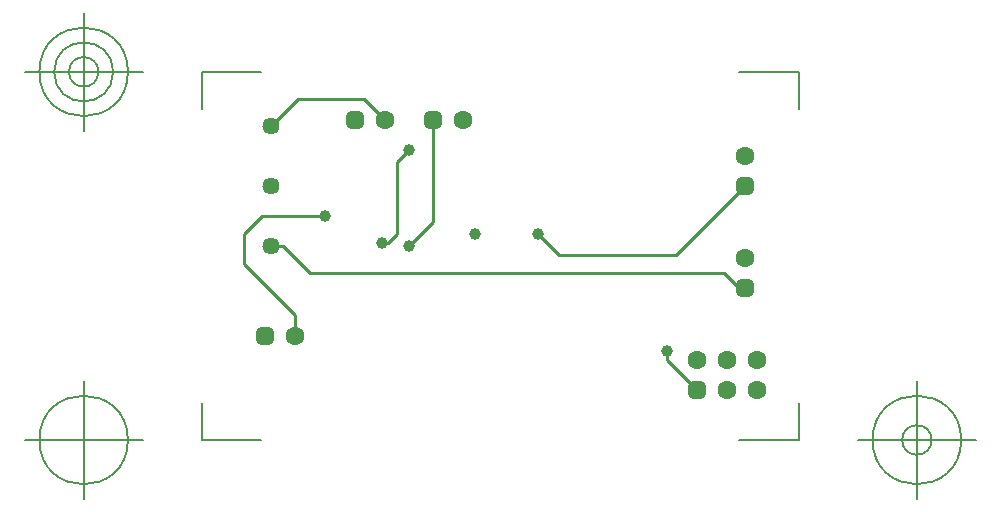
<source format=gbr>
G04 Generated by Ultiboard 14.0 *
%FSLAX24Y24*%
%MOIN*%

%ADD10C,0.0001*%
%ADD11C,0.0100*%
%ADD12C,0.0050*%
%ADD13C,0.0394*%
%ADD14R,0.0208X0.0208*%
%ADD15C,0.0392*%
%ADD16C,0.0633*%
%ADD17C,0.0573*%


G04 ColorRGB 0000FF for the following layer *
%LNCopper Bottom*%
%LPD*%
G54D10*
G54D11*
X17600Y4600D02*
X17400Y4600D01*
X2600Y3700D02*
X900Y5400D01*
X2600Y3000D02*
X2600Y3700D01*
X17600Y8000D02*
X15300Y5700D01*
X11400Y5700D02*
X15300Y5700D01*
X11400Y5700D02*
X10700Y6400D01*
X2200Y6000D02*
X1800Y6000D01*
X900Y5400D02*
X900Y6400D01*
X15000Y2500D02*
X15000Y2200D01*
X16000Y1200D01*
X7200Y6800D02*
X7200Y10200D01*
X7200Y6800D02*
X6400Y6000D01*
X6000Y8800D02*
X6400Y9200D01*
X5700Y6100D02*
X6000Y6400D01*
X5500Y6100D02*
X5700Y6100D01*
X6000Y6400D02*
X6000Y8800D01*
X900Y6400D02*
X1500Y7000D01*
X3600Y7000D01*
X3100Y5100D02*
X16900Y5100D01*
X17400Y4600D02*
X16900Y5100D01*
X3100Y5100D02*
X2200Y6000D01*
X1800Y10000D02*
X2700Y10900D01*
X4900Y10900D01*
X5600Y10200D01*
G54D12*
X-500Y-470D02*
X-500Y757D01*
X-500Y-470D02*
X1490Y-470D01*
X19400Y-470D02*
X17410Y-470D01*
X19400Y-470D02*
X19400Y757D01*
X19400Y11800D02*
X19400Y10573D01*
X19400Y11800D02*
X17410Y11800D01*
X-500Y11800D02*
X1490Y11800D01*
X-500Y11800D02*
X-500Y10573D01*
X-2469Y-470D02*
X-6406Y-470D01*
X-4437Y-2439D02*
X-4437Y1498D01*
X-5913Y-470D02*
G75*
D01*
G02X-5913Y-470I1476J0*
G01*
X21369Y-470D02*
X25306Y-470D01*
X23337Y-2439D02*
X23337Y1498D01*
X21861Y-470D02*
G75*
D01*
G02X21861Y-470I1476J0*
G01*
X22845Y-470D02*
G75*
D01*
G02X22845Y-470I492J0*
G01*
X-2469Y11800D02*
X-6406Y11800D01*
X-4437Y9831D02*
X-4437Y13769D01*
X-5913Y11800D02*
G75*
D01*
G02X-5913Y11800I1476J0*
G01*
X-5421Y11800D02*
G75*
D01*
G02X-5421Y11800I984J0*
G01*
X-4929Y11800D02*
G75*
D01*
G02X-4929Y11800I492J0*
G01*
G54D13*
X8600Y6400D03*
X10700Y6400D03*
X15000Y2500D03*
X5500Y6100D03*
X6400Y9200D03*
X6400Y6000D03*
X3600Y7000D03*
G54D14*
X1600Y3000D03*
X4600Y10200D03*
X7200Y10200D03*
X16000Y1200D03*
X17600Y8000D03*
X17600Y4600D03*
G54D15*
X1496Y2896D02*
X1704Y2896D01*
X1704Y3104D01*
X1496Y3104D01*
X1496Y2896D01*D02*
X4496Y10096D02*
X4704Y10096D01*
X4704Y10304D01*
X4496Y10304D01*
X4496Y10096D01*D02*
X7096Y10096D02*
X7304Y10096D01*
X7304Y10304D01*
X7096Y10304D01*
X7096Y10096D01*D02*
X15896Y1096D02*
X16104Y1096D01*
X16104Y1304D01*
X15896Y1304D01*
X15896Y1096D01*D02*
X17496Y7896D02*
X17704Y7896D01*
X17704Y8104D01*
X17496Y8104D01*
X17496Y7896D01*D02*
X17496Y4496D02*
X17704Y4496D01*
X17704Y4704D01*
X17496Y4704D01*
X17496Y4496D01*D02*
G54D16*
X2600Y3000D03*
X5600Y10200D03*
X8200Y10200D03*
X16000Y2200D03*
X17000Y2200D03*
X18000Y2200D03*
X17000Y1200D03*
X18000Y1200D03*
X17600Y9000D03*
X17600Y5600D03*
G54D17*
X1800Y10000D03*
X1800Y8000D03*
X1800Y6000D03*

M02*

</source>
